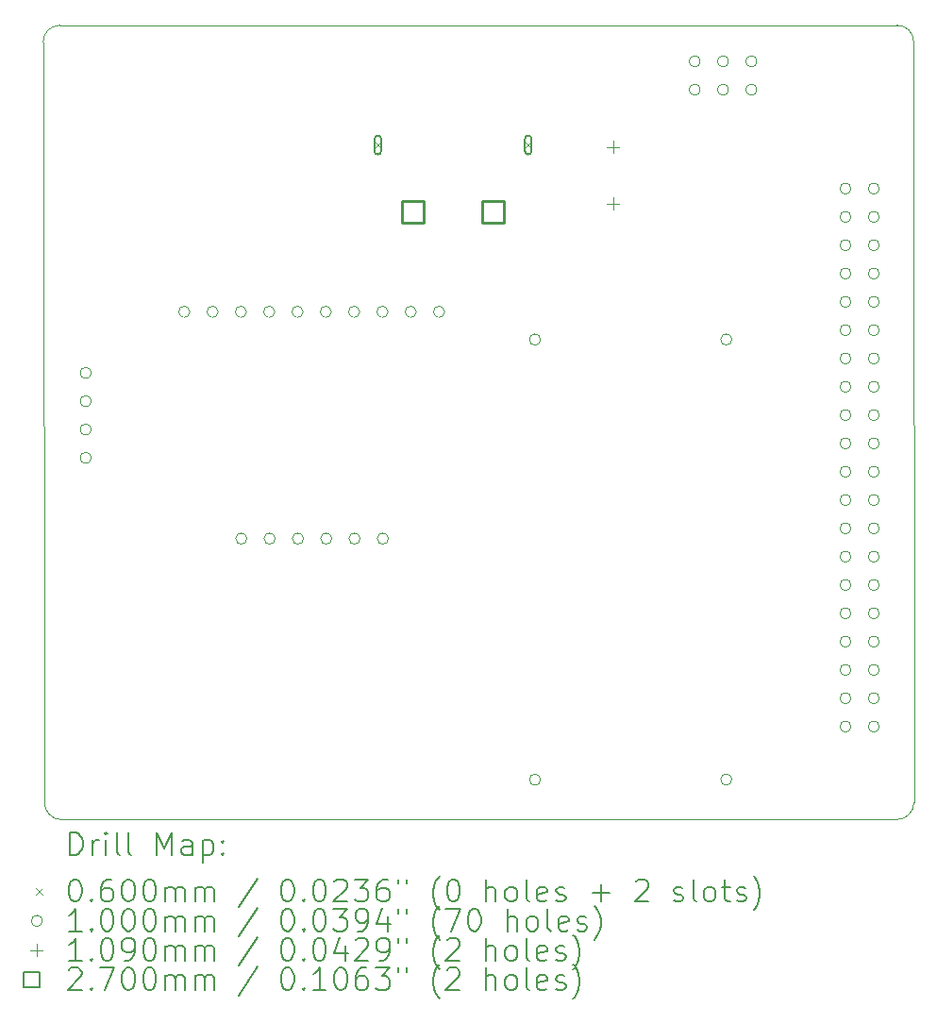
<source format=gbr>
%TF.GenerationSoftware,KiCad,Pcbnew,7.0.2-0*%
%TF.CreationDate,2024-03-04T15:55:25-05:00*%
%TF.ProjectId,Pi_HAT_V5_Simple,50695f48-4154-45f5-9635-5f53696d706c,rev?*%
%TF.SameCoordinates,Original*%
%TF.FileFunction,Drillmap*%
%TF.FilePolarity,Positive*%
%FSLAX45Y45*%
G04 Gerber Fmt 4.5, Leading zero omitted, Abs format (unit mm)*
G04 Created by KiCad (PCBNEW 7.0.2-0) date 2024-03-04 15:55:25*
%MOMM*%
%LPD*%
G01*
G04 APERTURE LIST*
%ADD10C,0.100000*%
%ADD11C,0.200000*%
%ADD12C,0.060000*%
%ADD13C,0.109000*%
%ADD14C,0.270000*%
G04 APERTURE END LIST*
D10*
X8051186Y-6475113D02*
X15562739Y-6473750D01*
X8051186Y-6475113D02*
G75*
G03*
X7900053Y-6626250I4J-151137D01*
G01*
X7913987Y-13450000D02*
X7900053Y-6626250D01*
X15564173Y-13598933D02*
G75*
G03*
X15714173Y-13448934I-3J150003D01*
G01*
X15712739Y-6623750D02*
X15714173Y-13448934D01*
X7913990Y-13450000D02*
G75*
G03*
X8063987Y-13600000I150000J0D01*
G01*
X15712740Y-6623750D02*
G75*
G03*
X15562739Y-6473750I-150000J0D01*
G01*
X15564173Y-13598934D02*
X8063987Y-13600000D01*
D11*
D12*
X10874860Y-7518920D02*
X10934860Y-7578920D01*
X10934860Y-7518920D02*
X10874860Y-7578920D01*
D11*
X10874860Y-7493920D02*
X10874860Y-7603920D01*
X10874860Y-7603920D02*
G75*
G03*
X10934860Y-7603920I30000J0D01*
G01*
X10934860Y-7603920D02*
X10934860Y-7493920D01*
X10934860Y-7493920D02*
G75*
G03*
X10874860Y-7493920I-30000J0D01*
G01*
D12*
X12224860Y-7518920D02*
X12284860Y-7578920D01*
X12284860Y-7518920D02*
X12224860Y-7578920D01*
D11*
X12224860Y-7493920D02*
X12224860Y-7603920D01*
X12224860Y-7603920D02*
G75*
G03*
X12284860Y-7603920I30000J0D01*
G01*
X12284860Y-7603920D02*
X12284860Y-7493920D01*
X12284860Y-7493920D02*
G75*
G03*
X12224860Y-7493920I-30000J0D01*
G01*
D10*
X8332940Y-9593580D02*
G75*
G03*
X8332940Y-9593580I-50000J0D01*
G01*
X8332940Y-9847580D02*
G75*
G03*
X8332940Y-9847580I-50000J0D01*
G01*
X8332940Y-10101580D02*
G75*
G03*
X8332940Y-10101580I-50000J0D01*
G01*
X8332940Y-10355580D02*
G75*
G03*
X8332940Y-10355580I-50000J0D01*
G01*
X9216840Y-9045000D02*
G75*
G03*
X9216840Y-9045000I-50000J0D01*
G01*
X9470840Y-9045000D02*
G75*
G03*
X9470840Y-9045000I-50000J0D01*
G01*
X9724840Y-9045000D02*
G75*
G03*
X9724840Y-9045000I-50000J0D01*
G01*
X9730000Y-11080000D02*
G75*
G03*
X9730000Y-11080000I-50000J0D01*
G01*
X9978840Y-9045000D02*
G75*
G03*
X9978840Y-9045000I-50000J0D01*
G01*
X9984000Y-11080000D02*
G75*
G03*
X9984000Y-11080000I-50000J0D01*
G01*
X10232840Y-9045000D02*
G75*
G03*
X10232840Y-9045000I-50000J0D01*
G01*
X10238000Y-11080000D02*
G75*
G03*
X10238000Y-11080000I-50000J0D01*
G01*
X10486840Y-9045000D02*
G75*
G03*
X10486840Y-9045000I-50000J0D01*
G01*
X10492000Y-11080000D02*
G75*
G03*
X10492000Y-11080000I-50000J0D01*
G01*
X10740840Y-9045000D02*
G75*
G03*
X10740840Y-9045000I-50000J0D01*
G01*
X10746000Y-11080000D02*
G75*
G03*
X10746000Y-11080000I-50000J0D01*
G01*
X10994840Y-9045000D02*
G75*
G03*
X10994840Y-9045000I-50000J0D01*
G01*
X11000000Y-11080000D02*
G75*
G03*
X11000000Y-11080000I-50000J0D01*
G01*
X11248840Y-9045000D02*
G75*
G03*
X11248840Y-9045000I-50000J0D01*
G01*
X11502840Y-9045000D02*
G75*
G03*
X11502840Y-9045000I-50000J0D01*
G01*
X12363920Y-9293860D02*
G75*
G03*
X12363920Y-9293860I-50000J0D01*
G01*
X12364360Y-13242260D02*
G75*
G03*
X12364360Y-13242260I-50000J0D01*
G01*
X13797500Y-6798500D02*
G75*
G03*
X13797500Y-6798500I-50000J0D01*
G01*
X13797500Y-7052500D02*
G75*
G03*
X13797500Y-7052500I-50000J0D01*
G01*
X14051500Y-6798500D02*
G75*
G03*
X14051500Y-6798500I-50000J0D01*
G01*
X14051500Y-7052500D02*
G75*
G03*
X14051500Y-7052500I-50000J0D01*
G01*
X14080960Y-9293860D02*
G75*
G03*
X14080960Y-9293860I-50000J0D01*
G01*
X14080960Y-13241020D02*
G75*
G03*
X14080960Y-13241020I-50000J0D01*
G01*
X14305500Y-6798500D02*
G75*
G03*
X14305500Y-6798500I-50000J0D01*
G01*
X14305500Y-7052500D02*
G75*
G03*
X14305500Y-7052500I-50000J0D01*
G01*
X15150000Y-7940000D02*
G75*
G03*
X15150000Y-7940000I-50000J0D01*
G01*
X15150000Y-8194000D02*
G75*
G03*
X15150000Y-8194000I-50000J0D01*
G01*
X15150000Y-8448000D02*
G75*
G03*
X15150000Y-8448000I-50000J0D01*
G01*
X15150000Y-8702000D02*
G75*
G03*
X15150000Y-8702000I-50000J0D01*
G01*
X15150000Y-8956000D02*
G75*
G03*
X15150000Y-8956000I-50000J0D01*
G01*
X15150000Y-9210000D02*
G75*
G03*
X15150000Y-9210000I-50000J0D01*
G01*
X15150000Y-9464000D02*
G75*
G03*
X15150000Y-9464000I-50000J0D01*
G01*
X15150000Y-9718000D02*
G75*
G03*
X15150000Y-9718000I-50000J0D01*
G01*
X15150000Y-9972000D02*
G75*
G03*
X15150000Y-9972000I-50000J0D01*
G01*
X15150000Y-10226000D02*
G75*
G03*
X15150000Y-10226000I-50000J0D01*
G01*
X15150000Y-10480000D02*
G75*
G03*
X15150000Y-10480000I-50000J0D01*
G01*
X15150000Y-10734000D02*
G75*
G03*
X15150000Y-10734000I-50000J0D01*
G01*
X15150000Y-10988000D02*
G75*
G03*
X15150000Y-10988000I-50000J0D01*
G01*
X15150000Y-11242000D02*
G75*
G03*
X15150000Y-11242000I-50000J0D01*
G01*
X15150000Y-11496000D02*
G75*
G03*
X15150000Y-11496000I-50000J0D01*
G01*
X15150000Y-11750000D02*
G75*
G03*
X15150000Y-11750000I-50000J0D01*
G01*
X15150000Y-12004000D02*
G75*
G03*
X15150000Y-12004000I-50000J0D01*
G01*
X15150000Y-12258000D02*
G75*
G03*
X15150000Y-12258000I-50000J0D01*
G01*
X15150000Y-12512000D02*
G75*
G03*
X15150000Y-12512000I-50000J0D01*
G01*
X15150000Y-12766000D02*
G75*
G03*
X15150000Y-12766000I-50000J0D01*
G01*
X15404000Y-7940000D02*
G75*
G03*
X15404000Y-7940000I-50000J0D01*
G01*
X15404000Y-8194000D02*
G75*
G03*
X15404000Y-8194000I-50000J0D01*
G01*
X15404000Y-8448000D02*
G75*
G03*
X15404000Y-8448000I-50000J0D01*
G01*
X15404000Y-8702000D02*
G75*
G03*
X15404000Y-8702000I-50000J0D01*
G01*
X15404000Y-8956000D02*
G75*
G03*
X15404000Y-8956000I-50000J0D01*
G01*
X15404000Y-9210000D02*
G75*
G03*
X15404000Y-9210000I-50000J0D01*
G01*
X15404000Y-9464000D02*
G75*
G03*
X15404000Y-9464000I-50000J0D01*
G01*
X15404000Y-9718000D02*
G75*
G03*
X15404000Y-9718000I-50000J0D01*
G01*
X15404000Y-9972000D02*
G75*
G03*
X15404000Y-9972000I-50000J0D01*
G01*
X15404000Y-10226000D02*
G75*
G03*
X15404000Y-10226000I-50000J0D01*
G01*
X15404000Y-10480000D02*
G75*
G03*
X15404000Y-10480000I-50000J0D01*
G01*
X15404000Y-10734000D02*
G75*
G03*
X15404000Y-10734000I-50000J0D01*
G01*
X15404000Y-10988000D02*
G75*
G03*
X15404000Y-10988000I-50000J0D01*
G01*
X15404000Y-11242000D02*
G75*
G03*
X15404000Y-11242000I-50000J0D01*
G01*
X15404000Y-11496000D02*
G75*
G03*
X15404000Y-11496000I-50000J0D01*
G01*
X15404000Y-11750000D02*
G75*
G03*
X15404000Y-11750000I-50000J0D01*
G01*
X15404000Y-12004000D02*
G75*
G03*
X15404000Y-12004000I-50000J0D01*
G01*
X15404000Y-12258000D02*
G75*
G03*
X15404000Y-12258000I-50000J0D01*
G01*
X15404000Y-12512000D02*
G75*
G03*
X15404000Y-12512000I-50000J0D01*
G01*
X15404000Y-12766000D02*
G75*
G03*
X15404000Y-12766000I-50000J0D01*
G01*
D13*
X13014960Y-7512160D02*
X13014960Y-7621160D01*
X12960460Y-7566660D02*
X13069460Y-7566660D01*
X13014960Y-8020160D02*
X13014960Y-8129160D01*
X12960460Y-8074660D02*
X13069460Y-8074660D01*
D14*
X11315320Y-8244380D02*
X11315320Y-8053460D01*
X11124400Y-8053460D01*
X11124400Y-8244380D01*
X11315320Y-8244380D01*
X12035320Y-8244380D02*
X12035320Y-8053460D01*
X11844400Y-8053460D01*
X11844400Y-8244380D01*
X12035320Y-8244380D01*
D11*
X8142672Y-13917524D02*
X8142672Y-13717524D01*
X8142672Y-13717524D02*
X8190291Y-13717524D01*
X8190291Y-13717524D02*
X8218862Y-13727048D01*
X8218862Y-13727048D02*
X8237910Y-13746095D01*
X8237910Y-13746095D02*
X8247434Y-13765143D01*
X8247434Y-13765143D02*
X8256958Y-13803238D01*
X8256958Y-13803238D02*
X8256958Y-13831809D01*
X8256958Y-13831809D02*
X8247434Y-13869905D01*
X8247434Y-13869905D02*
X8237910Y-13888952D01*
X8237910Y-13888952D02*
X8218862Y-13908000D01*
X8218862Y-13908000D02*
X8190291Y-13917524D01*
X8190291Y-13917524D02*
X8142672Y-13917524D01*
X8342672Y-13917524D02*
X8342672Y-13784190D01*
X8342672Y-13822286D02*
X8352196Y-13803238D01*
X8352196Y-13803238D02*
X8361720Y-13793714D01*
X8361720Y-13793714D02*
X8380767Y-13784190D01*
X8380767Y-13784190D02*
X8399815Y-13784190D01*
X8466482Y-13917524D02*
X8466482Y-13784190D01*
X8466482Y-13717524D02*
X8456958Y-13727048D01*
X8456958Y-13727048D02*
X8466482Y-13736571D01*
X8466482Y-13736571D02*
X8476005Y-13727048D01*
X8476005Y-13727048D02*
X8466482Y-13717524D01*
X8466482Y-13717524D02*
X8466482Y-13736571D01*
X8590291Y-13917524D02*
X8571243Y-13908000D01*
X8571243Y-13908000D02*
X8561720Y-13888952D01*
X8561720Y-13888952D02*
X8561720Y-13717524D01*
X8695053Y-13917524D02*
X8676005Y-13908000D01*
X8676005Y-13908000D02*
X8666482Y-13888952D01*
X8666482Y-13888952D02*
X8666482Y-13717524D01*
X8923624Y-13917524D02*
X8923624Y-13717524D01*
X8923624Y-13717524D02*
X8990291Y-13860381D01*
X8990291Y-13860381D02*
X9056958Y-13717524D01*
X9056958Y-13717524D02*
X9056958Y-13917524D01*
X9237910Y-13917524D02*
X9237910Y-13812762D01*
X9237910Y-13812762D02*
X9228386Y-13793714D01*
X9228386Y-13793714D02*
X9209339Y-13784190D01*
X9209339Y-13784190D02*
X9171243Y-13784190D01*
X9171243Y-13784190D02*
X9152196Y-13793714D01*
X9237910Y-13908000D02*
X9218863Y-13917524D01*
X9218863Y-13917524D02*
X9171243Y-13917524D01*
X9171243Y-13917524D02*
X9152196Y-13908000D01*
X9152196Y-13908000D02*
X9142672Y-13888952D01*
X9142672Y-13888952D02*
X9142672Y-13869905D01*
X9142672Y-13869905D02*
X9152196Y-13850857D01*
X9152196Y-13850857D02*
X9171243Y-13841333D01*
X9171243Y-13841333D02*
X9218863Y-13841333D01*
X9218863Y-13841333D02*
X9237910Y-13831809D01*
X9333148Y-13784190D02*
X9333148Y-13984190D01*
X9333148Y-13793714D02*
X9352196Y-13784190D01*
X9352196Y-13784190D02*
X9390291Y-13784190D01*
X9390291Y-13784190D02*
X9409339Y-13793714D01*
X9409339Y-13793714D02*
X9418863Y-13803238D01*
X9418863Y-13803238D02*
X9428386Y-13822286D01*
X9428386Y-13822286D02*
X9428386Y-13879428D01*
X9428386Y-13879428D02*
X9418863Y-13898476D01*
X9418863Y-13898476D02*
X9409339Y-13908000D01*
X9409339Y-13908000D02*
X9390291Y-13917524D01*
X9390291Y-13917524D02*
X9352196Y-13917524D01*
X9352196Y-13917524D02*
X9333148Y-13908000D01*
X9514101Y-13898476D02*
X9523624Y-13908000D01*
X9523624Y-13908000D02*
X9514101Y-13917524D01*
X9514101Y-13917524D02*
X9504577Y-13908000D01*
X9504577Y-13908000D02*
X9514101Y-13898476D01*
X9514101Y-13898476D02*
X9514101Y-13917524D01*
X9514101Y-13793714D02*
X9523624Y-13803238D01*
X9523624Y-13803238D02*
X9514101Y-13812762D01*
X9514101Y-13812762D02*
X9504577Y-13803238D01*
X9504577Y-13803238D02*
X9514101Y-13793714D01*
X9514101Y-13793714D02*
X9514101Y-13812762D01*
D12*
X7835053Y-14215000D02*
X7895053Y-14275000D01*
X7895053Y-14215000D02*
X7835053Y-14275000D01*
D11*
X8180767Y-14137524D02*
X8199815Y-14137524D01*
X8199815Y-14137524D02*
X8218862Y-14147048D01*
X8218862Y-14147048D02*
X8228386Y-14156571D01*
X8228386Y-14156571D02*
X8237910Y-14175619D01*
X8237910Y-14175619D02*
X8247434Y-14213714D01*
X8247434Y-14213714D02*
X8247434Y-14261333D01*
X8247434Y-14261333D02*
X8237910Y-14299428D01*
X8237910Y-14299428D02*
X8228386Y-14318476D01*
X8228386Y-14318476D02*
X8218862Y-14328000D01*
X8218862Y-14328000D02*
X8199815Y-14337524D01*
X8199815Y-14337524D02*
X8180767Y-14337524D01*
X8180767Y-14337524D02*
X8161720Y-14328000D01*
X8161720Y-14328000D02*
X8152196Y-14318476D01*
X8152196Y-14318476D02*
X8142672Y-14299428D01*
X8142672Y-14299428D02*
X8133148Y-14261333D01*
X8133148Y-14261333D02*
X8133148Y-14213714D01*
X8133148Y-14213714D02*
X8142672Y-14175619D01*
X8142672Y-14175619D02*
X8152196Y-14156571D01*
X8152196Y-14156571D02*
X8161720Y-14147048D01*
X8161720Y-14147048D02*
X8180767Y-14137524D01*
X8333148Y-14318476D02*
X8342672Y-14328000D01*
X8342672Y-14328000D02*
X8333148Y-14337524D01*
X8333148Y-14337524D02*
X8323624Y-14328000D01*
X8323624Y-14328000D02*
X8333148Y-14318476D01*
X8333148Y-14318476D02*
X8333148Y-14337524D01*
X8514101Y-14137524D02*
X8476005Y-14137524D01*
X8476005Y-14137524D02*
X8456958Y-14147048D01*
X8456958Y-14147048D02*
X8447434Y-14156571D01*
X8447434Y-14156571D02*
X8428386Y-14185143D01*
X8428386Y-14185143D02*
X8418863Y-14223238D01*
X8418863Y-14223238D02*
X8418863Y-14299428D01*
X8418863Y-14299428D02*
X8428386Y-14318476D01*
X8428386Y-14318476D02*
X8437910Y-14328000D01*
X8437910Y-14328000D02*
X8456958Y-14337524D01*
X8456958Y-14337524D02*
X8495053Y-14337524D01*
X8495053Y-14337524D02*
X8514101Y-14328000D01*
X8514101Y-14328000D02*
X8523624Y-14318476D01*
X8523624Y-14318476D02*
X8533148Y-14299428D01*
X8533148Y-14299428D02*
X8533148Y-14251809D01*
X8533148Y-14251809D02*
X8523624Y-14232762D01*
X8523624Y-14232762D02*
X8514101Y-14223238D01*
X8514101Y-14223238D02*
X8495053Y-14213714D01*
X8495053Y-14213714D02*
X8456958Y-14213714D01*
X8456958Y-14213714D02*
X8437910Y-14223238D01*
X8437910Y-14223238D02*
X8428386Y-14232762D01*
X8428386Y-14232762D02*
X8418863Y-14251809D01*
X8656958Y-14137524D02*
X8676005Y-14137524D01*
X8676005Y-14137524D02*
X8695053Y-14147048D01*
X8695053Y-14147048D02*
X8704577Y-14156571D01*
X8704577Y-14156571D02*
X8714101Y-14175619D01*
X8714101Y-14175619D02*
X8723624Y-14213714D01*
X8723624Y-14213714D02*
X8723624Y-14261333D01*
X8723624Y-14261333D02*
X8714101Y-14299428D01*
X8714101Y-14299428D02*
X8704577Y-14318476D01*
X8704577Y-14318476D02*
X8695053Y-14328000D01*
X8695053Y-14328000D02*
X8676005Y-14337524D01*
X8676005Y-14337524D02*
X8656958Y-14337524D01*
X8656958Y-14337524D02*
X8637910Y-14328000D01*
X8637910Y-14328000D02*
X8628386Y-14318476D01*
X8628386Y-14318476D02*
X8618863Y-14299428D01*
X8618863Y-14299428D02*
X8609339Y-14261333D01*
X8609339Y-14261333D02*
X8609339Y-14213714D01*
X8609339Y-14213714D02*
X8618863Y-14175619D01*
X8618863Y-14175619D02*
X8628386Y-14156571D01*
X8628386Y-14156571D02*
X8637910Y-14147048D01*
X8637910Y-14147048D02*
X8656958Y-14137524D01*
X8847434Y-14137524D02*
X8866482Y-14137524D01*
X8866482Y-14137524D02*
X8885529Y-14147048D01*
X8885529Y-14147048D02*
X8895053Y-14156571D01*
X8895053Y-14156571D02*
X8904577Y-14175619D01*
X8904577Y-14175619D02*
X8914101Y-14213714D01*
X8914101Y-14213714D02*
X8914101Y-14261333D01*
X8914101Y-14261333D02*
X8904577Y-14299428D01*
X8904577Y-14299428D02*
X8895053Y-14318476D01*
X8895053Y-14318476D02*
X8885529Y-14328000D01*
X8885529Y-14328000D02*
X8866482Y-14337524D01*
X8866482Y-14337524D02*
X8847434Y-14337524D01*
X8847434Y-14337524D02*
X8828386Y-14328000D01*
X8828386Y-14328000D02*
X8818863Y-14318476D01*
X8818863Y-14318476D02*
X8809339Y-14299428D01*
X8809339Y-14299428D02*
X8799815Y-14261333D01*
X8799815Y-14261333D02*
X8799815Y-14213714D01*
X8799815Y-14213714D02*
X8809339Y-14175619D01*
X8809339Y-14175619D02*
X8818863Y-14156571D01*
X8818863Y-14156571D02*
X8828386Y-14147048D01*
X8828386Y-14147048D02*
X8847434Y-14137524D01*
X8999815Y-14337524D02*
X8999815Y-14204190D01*
X8999815Y-14223238D02*
X9009339Y-14213714D01*
X9009339Y-14213714D02*
X9028386Y-14204190D01*
X9028386Y-14204190D02*
X9056958Y-14204190D01*
X9056958Y-14204190D02*
X9076005Y-14213714D01*
X9076005Y-14213714D02*
X9085529Y-14232762D01*
X9085529Y-14232762D02*
X9085529Y-14337524D01*
X9085529Y-14232762D02*
X9095053Y-14213714D01*
X9095053Y-14213714D02*
X9114101Y-14204190D01*
X9114101Y-14204190D02*
X9142672Y-14204190D01*
X9142672Y-14204190D02*
X9161720Y-14213714D01*
X9161720Y-14213714D02*
X9171244Y-14232762D01*
X9171244Y-14232762D02*
X9171244Y-14337524D01*
X9266482Y-14337524D02*
X9266482Y-14204190D01*
X9266482Y-14223238D02*
X9276005Y-14213714D01*
X9276005Y-14213714D02*
X9295053Y-14204190D01*
X9295053Y-14204190D02*
X9323625Y-14204190D01*
X9323625Y-14204190D02*
X9342672Y-14213714D01*
X9342672Y-14213714D02*
X9352196Y-14232762D01*
X9352196Y-14232762D02*
X9352196Y-14337524D01*
X9352196Y-14232762D02*
X9361720Y-14213714D01*
X9361720Y-14213714D02*
X9380767Y-14204190D01*
X9380767Y-14204190D02*
X9409339Y-14204190D01*
X9409339Y-14204190D02*
X9428386Y-14213714D01*
X9428386Y-14213714D02*
X9437910Y-14232762D01*
X9437910Y-14232762D02*
X9437910Y-14337524D01*
X9828386Y-14128000D02*
X9656958Y-14385143D01*
X10085529Y-14137524D02*
X10104577Y-14137524D01*
X10104577Y-14137524D02*
X10123625Y-14147048D01*
X10123625Y-14147048D02*
X10133148Y-14156571D01*
X10133148Y-14156571D02*
X10142672Y-14175619D01*
X10142672Y-14175619D02*
X10152196Y-14213714D01*
X10152196Y-14213714D02*
X10152196Y-14261333D01*
X10152196Y-14261333D02*
X10142672Y-14299428D01*
X10142672Y-14299428D02*
X10133148Y-14318476D01*
X10133148Y-14318476D02*
X10123625Y-14328000D01*
X10123625Y-14328000D02*
X10104577Y-14337524D01*
X10104577Y-14337524D02*
X10085529Y-14337524D01*
X10085529Y-14337524D02*
X10066482Y-14328000D01*
X10066482Y-14328000D02*
X10056958Y-14318476D01*
X10056958Y-14318476D02*
X10047434Y-14299428D01*
X10047434Y-14299428D02*
X10037910Y-14261333D01*
X10037910Y-14261333D02*
X10037910Y-14213714D01*
X10037910Y-14213714D02*
X10047434Y-14175619D01*
X10047434Y-14175619D02*
X10056958Y-14156571D01*
X10056958Y-14156571D02*
X10066482Y-14147048D01*
X10066482Y-14147048D02*
X10085529Y-14137524D01*
X10237910Y-14318476D02*
X10247434Y-14328000D01*
X10247434Y-14328000D02*
X10237910Y-14337524D01*
X10237910Y-14337524D02*
X10228387Y-14328000D01*
X10228387Y-14328000D02*
X10237910Y-14318476D01*
X10237910Y-14318476D02*
X10237910Y-14337524D01*
X10371244Y-14137524D02*
X10390291Y-14137524D01*
X10390291Y-14137524D02*
X10409339Y-14147048D01*
X10409339Y-14147048D02*
X10418863Y-14156571D01*
X10418863Y-14156571D02*
X10428387Y-14175619D01*
X10428387Y-14175619D02*
X10437910Y-14213714D01*
X10437910Y-14213714D02*
X10437910Y-14261333D01*
X10437910Y-14261333D02*
X10428387Y-14299428D01*
X10428387Y-14299428D02*
X10418863Y-14318476D01*
X10418863Y-14318476D02*
X10409339Y-14328000D01*
X10409339Y-14328000D02*
X10390291Y-14337524D01*
X10390291Y-14337524D02*
X10371244Y-14337524D01*
X10371244Y-14337524D02*
X10352196Y-14328000D01*
X10352196Y-14328000D02*
X10342672Y-14318476D01*
X10342672Y-14318476D02*
X10333148Y-14299428D01*
X10333148Y-14299428D02*
X10323625Y-14261333D01*
X10323625Y-14261333D02*
X10323625Y-14213714D01*
X10323625Y-14213714D02*
X10333148Y-14175619D01*
X10333148Y-14175619D02*
X10342672Y-14156571D01*
X10342672Y-14156571D02*
X10352196Y-14147048D01*
X10352196Y-14147048D02*
X10371244Y-14137524D01*
X10514101Y-14156571D02*
X10523625Y-14147048D01*
X10523625Y-14147048D02*
X10542672Y-14137524D01*
X10542672Y-14137524D02*
X10590291Y-14137524D01*
X10590291Y-14137524D02*
X10609339Y-14147048D01*
X10609339Y-14147048D02*
X10618863Y-14156571D01*
X10618863Y-14156571D02*
X10628387Y-14175619D01*
X10628387Y-14175619D02*
X10628387Y-14194667D01*
X10628387Y-14194667D02*
X10618863Y-14223238D01*
X10618863Y-14223238D02*
X10504577Y-14337524D01*
X10504577Y-14337524D02*
X10628387Y-14337524D01*
X10695053Y-14137524D02*
X10818863Y-14137524D01*
X10818863Y-14137524D02*
X10752196Y-14213714D01*
X10752196Y-14213714D02*
X10780768Y-14213714D01*
X10780768Y-14213714D02*
X10799815Y-14223238D01*
X10799815Y-14223238D02*
X10809339Y-14232762D01*
X10809339Y-14232762D02*
X10818863Y-14251809D01*
X10818863Y-14251809D02*
X10818863Y-14299428D01*
X10818863Y-14299428D02*
X10809339Y-14318476D01*
X10809339Y-14318476D02*
X10799815Y-14328000D01*
X10799815Y-14328000D02*
X10780768Y-14337524D01*
X10780768Y-14337524D02*
X10723625Y-14337524D01*
X10723625Y-14337524D02*
X10704577Y-14328000D01*
X10704577Y-14328000D02*
X10695053Y-14318476D01*
X10990291Y-14137524D02*
X10952196Y-14137524D01*
X10952196Y-14137524D02*
X10933148Y-14147048D01*
X10933148Y-14147048D02*
X10923625Y-14156571D01*
X10923625Y-14156571D02*
X10904577Y-14185143D01*
X10904577Y-14185143D02*
X10895053Y-14223238D01*
X10895053Y-14223238D02*
X10895053Y-14299428D01*
X10895053Y-14299428D02*
X10904577Y-14318476D01*
X10904577Y-14318476D02*
X10914101Y-14328000D01*
X10914101Y-14328000D02*
X10933148Y-14337524D01*
X10933148Y-14337524D02*
X10971244Y-14337524D01*
X10971244Y-14337524D02*
X10990291Y-14328000D01*
X10990291Y-14328000D02*
X10999815Y-14318476D01*
X10999815Y-14318476D02*
X11009339Y-14299428D01*
X11009339Y-14299428D02*
X11009339Y-14251809D01*
X11009339Y-14251809D02*
X10999815Y-14232762D01*
X10999815Y-14232762D02*
X10990291Y-14223238D01*
X10990291Y-14223238D02*
X10971244Y-14213714D01*
X10971244Y-14213714D02*
X10933148Y-14213714D01*
X10933148Y-14213714D02*
X10914101Y-14223238D01*
X10914101Y-14223238D02*
X10904577Y-14232762D01*
X10904577Y-14232762D02*
X10895053Y-14251809D01*
X11085529Y-14137524D02*
X11085529Y-14175619D01*
X11161720Y-14137524D02*
X11161720Y-14175619D01*
X11456958Y-14413714D02*
X11447434Y-14404190D01*
X11447434Y-14404190D02*
X11428387Y-14375619D01*
X11428387Y-14375619D02*
X11418863Y-14356571D01*
X11418863Y-14356571D02*
X11409339Y-14328000D01*
X11409339Y-14328000D02*
X11399815Y-14280381D01*
X11399815Y-14280381D02*
X11399815Y-14242286D01*
X11399815Y-14242286D02*
X11409339Y-14194667D01*
X11409339Y-14194667D02*
X11418863Y-14166095D01*
X11418863Y-14166095D02*
X11428387Y-14147048D01*
X11428387Y-14147048D02*
X11447434Y-14118476D01*
X11447434Y-14118476D02*
X11456958Y-14108952D01*
X11571244Y-14137524D02*
X11590291Y-14137524D01*
X11590291Y-14137524D02*
X11609339Y-14147048D01*
X11609339Y-14147048D02*
X11618863Y-14156571D01*
X11618863Y-14156571D02*
X11628387Y-14175619D01*
X11628387Y-14175619D02*
X11637910Y-14213714D01*
X11637910Y-14213714D02*
X11637910Y-14261333D01*
X11637910Y-14261333D02*
X11628387Y-14299428D01*
X11628387Y-14299428D02*
X11618863Y-14318476D01*
X11618863Y-14318476D02*
X11609339Y-14328000D01*
X11609339Y-14328000D02*
X11590291Y-14337524D01*
X11590291Y-14337524D02*
X11571244Y-14337524D01*
X11571244Y-14337524D02*
X11552196Y-14328000D01*
X11552196Y-14328000D02*
X11542672Y-14318476D01*
X11542672Y-14318476D02*
X11533148Y-14299428D01*
X11533148Y-14299428D02*
X11523625Y-14261333D01*
X11523625Y-14261333D02*
X11523625Y-14213714D01*
X11523625Y-14213714D02*
X11533148Y-14175619D01*
X11533148Y-14175619D02*
X11542672Y-14156571D01*
X11542672Y-14156571D02*
X11552196Y-14147048D01*
X11552196Y-14147048D02*
X11571244Y-14137524D01*
X11876006Y-14337524D02*
X11876006Y-14137524D01*
X11961720Y-14337524D02*
X11961720Y-14232762D01*
X11961720Y-14232762D02*
X11952196Y-14213714D01*
X11952196Y-14213714D02*
X11933149Y-14204190D01*
X11933149Y-14204190D02*
X11904577Y-14204190D01*
X11904577Y-14204190D02*
X11885529Y-14213714D01*
X11885529Y-14213714D02*
X11876006Y-14223238D01*
X12085529Y-14337524D02*
X12066482Y-14328000D01*
X12066482Y-14328000D02*
X12056958Y-14318476D01*
X12056958Y-14318476D02*
X12047434Y-14299428D01*
X12047434Y-14299428D02*
X12047434Y-14242286D01*
X12047434Y-14242286D02*
X12056958Y-14223238D01*
X12056958Y-14223238D02*
X12066482Y-14213714D01*
X12066482Y-14213714D02*
X12085529Y-14204190D01*
X12085529Y-14204190D02*
X12114101Y-14204190D01*
X12114101Y-14204190D02*
X12133149Y-14213714D01*
X12133149Y-14213714D02*
X12142672Y-14223238D01*
X12142672Y-14223238D02*
X12152196Y-14242286D01*
X12152196Y-14242286D02*
X12152196Y-14299428D01*
X12152196Y-14299428D02*
X12142672Y-14318476D01*
X12142672Y-14318476D02*
X12133149Y-14328000D01*
X12133149Y-14328000D02*
X12114101Y-14337524D01*
X12114101Y-14337524D02*
X12085529Y-14337524D01*
X12266482Y-14337524D02*
X12247434Y-14328000D01*
X12247434Y-14328000D02*
X12237910Y-14308952D01*
X12237910Y-14308952D02*
X12237910Y-14137524D01*
X12418863Y-14328000D02*
X12399815Y-14337524D01*
X12399815Y-14337524D02*
X12361720Y-14337524D01*
X12361720Y-14337524D02*
X12342672Y-14328000D01*
X12342672Y-14328000D02*
X12333149Y-14308952D01*
X12333149Y-14308952D02*
X12333149Y-14232762D01*
X12333149Y-14232762D02*
X12342672Y-14213714D01*
X12342672Y-14213714D02*
X12361720Y-14204190D01*
X12361720Y-14204190D02*
X12399815Y-14204190D01*
X12399815Y-14204190D02*
X12418863Y-14213714D01*
X12418863Y-14213714D02*
X12428387Y-14232762D01*
X12428387Y-14232762D02*
X12428387Y-14251809D01*
X12428387Y-14251809D02*
X12333149Y-14270857D01*
X12504577Y-14328000D02*
X12523625Y-14337524D01*
X12523625Y-14337524D02*
X12561720Y-14337524D01*
X12561720Y-14337524D02*
X12580768Y-14328000D01*
X12580768Y-14328000D02*
X12590291Y-14308952D01*
X12590291Y-14308952D02*
X12590291Y-14299428D01*
X12590291Y-14299428D02*
X12580768Y-14280381D01*
X12580768Y-14280381D02*
X12561720Y-14270857D01*
X12561720Y-14270857D02*
X12533149Y-14270857D01*
X12533149Y-14270857D02*
X12514101Y-14261333D01*
X12514101Y-14261333D02*
X12504577Y-14242286D01*
X12504577Y-14242286D02*
X12504577Y-14232762D01*
X12504577Y-14232762D02*
X12514101Y-14213714D01*
X12514101Y-14213714D02*
X12533149Y-14204190D01*
X12533149Y-14204190D02*
X12561720Y-14204190D01*
X12561720Y-14204190D02*
X12580768Y-14213714D01*
X12828387Y-14261333D02*
X12980768Y-14261333D01*
X12904577Y-14337524D02*
X12904577Y-14185143D01*
X13218863Y-14156571D02*
X13228387Y-14147048D01*
X13228387Y-14147048D02*
X13247434Y-14137524D01*
X13247434Y-14137524D02*
X13295053Y-14137524D01*
X13295053Y-14137524D02*
X13314101Y-14147048D01*
X13314101Y-14147048D02*
X13323625Y-14156571D01*
X13323625Y-14156571D02*
X13333149Y-14175619D01*
X13333149Y-14175619D02*
X13333149Y-14194667D01*
X13333149Y-14194667D02*
X13323625Y-14223238D01*
X13323625Y-14223238D02*
X13209339Y-14337524D01*
X13209339Y-14337524D02*
X13333149Y-14337524D01*
X13561720Y-14328000D02*
X13580768Y-14337524D01*
X13580768Y-14337524D02*
X13618863Y-14337524D01*
X13618863Y-14337524D02*
X13637911Y-14328000D01*
X13637911Y-14328000D02*
X13647434Y-14308952D01*
X13647434Y-14308952D02*
X13647434Y-14299428D01*
X13647434Y-14299428D02*
X13637911Y-14280381D01*
X13637911Y-14280381D02*
X13618863Y-14270857D01*
X13618863Y-14270857D02*
X13590292Y-14270857D01*
X13590292Y-14270857D02*
X13571244Y-14261333D01*
X13571244Y-14261333D02*
X13561720Y-14242286D01*
X13561720Y-14242286D02*
X13561720Y-14232762D01*
X13561720Y-14232762D02*
X13571244Y-14213714D01*
X13571244Y-14213714D02*
X13590292Y-14204190D01*
X13590292Y-14204190D02*
X13618863Y-14204190D01*
X13618863Y-14204190D02*
X13637911Y-14213714D01*
X13761720Y-14337524D02*
X13742673Y-14328000D01*
X13742673Y-14328000D02*
X13733149Y-14308952D01*
X13733149Y-14308952D02*
X13733149Y-14137524D01*
X13866482Y-14337524D02*
X13847434Y-14328000D01*
X13847434Y-14328000D02*
X13837911Y-14318476D01*
X13837911Y-14318476D02*
X13828387Y-14299428D01*
X13828387Y-14299428D02*
X13828387Y-14242286D01*
X13828387Y-14242286D02*
X13837911Y-14223238D01*
X13837911Y-14223238D02*
X13847434Y-14213714D01*
X13847434Y-14213714D02*
X13866482Y-14204190D01*
X13866482Y-14204190D02*
X13895054Y-14204190D01*
X13895054Y-14204190D02*
X13914101Y-14213714D01*
X13914101Y-14213714D02*
X13923625Y-14223238D01*
X13923625Y-14223238D02*
X13933149Y-14242286D01*
X13933149Y-14242286D02*
X13933149Y-14299428D01*
X13933149Y-14299428D02*
X13923625Y-14318476D01*
X13923625Y-14318476D02*
X13914101Y-14328000D01*
X13914101Y-14328000D02*
X13895054Y-14337524D01*
X13895054Y-14337524D02*
X13866482Y-14337524D01*
X13990292Y-14204190D02*
X14066482Y-14204190D01*
X14018863Y-14137524D02*
X14018863Y-14308952D01*
X14018863Y-14308952D02*
X14028387Y-14328000D01*
X14028387Y-14328000D02*
X14047434Y-14337524D01*
X14047434Y-14337524D02*
X14066482Y-14337524D01*
X14123625Y-14328000D02*
X14142673Y-14337524D01*
X14142673Y-14337524D02*
X14180768Y-14337524D01*
X14180768Y-14337524D02*
X14199815Y-14328000D01*
X14199815Y-14328000D02*
X14209339Y-14308952D01*
X14209339Y-14308952D02*
X14209339Y-14299428D01*
X14209339Y-14299428D02*
X14199815Y-14280381D01*
X14199815Y-14280381D02*
X14180768Y-14270857D01*
X14180768Y-14270857D02*
X14152196Y-14270857D01*
X14152196Y-14270857D02*
X14133149Y-14261333D01*
X14133149Y-14261333D02*
X14123625Y-14242286D01*
X14123625Y-14242286D02*
X14123625Y-14232762D01*
X14123625Y-14232762D02*
X14133149Y-14213714D01*
X14133149Y-14213714D02*
X14152196Y-14204190D01*
X14152196Y-14204190D02*
X14180768Y-14204190D01*
X14180768Y-14204190D02*
X14199815Y-14213714D01*
X14276006Y-14413714D02*
X14285530Y-14404190D01*
X14285530Y-14404190D02*
X14304577Y-14375619D01*
X14304577Y-14375619D02*
X14314101Y-14356571D01*
X14314101Y-14356571D02*
X14323625Y-14328000D01*
X14323625Y-14328000D02*
X14333149Y-14280381D01*
X14333149Y-14280381D02*
X14333149Y-14242286D01*
X14333149Y-14242286D02*
X14323625Y-14194667D01*
X14323625Y-14194667D02*
X14314101Y-14166095D01*
X14314101Y-14166095D02*
X14304577Y-14147048D01*
X14304577Y-14147048D02*
X14285530Y-14118476D01*
X14285530Y-14118476D02*
X14276006Y-14108952D01*
D10*
X7895053Y-14509000D02*
G75*
G03*
X7895053Y-14509000I-50000J0D01*
G01*
D11*
X8247434Y-14601524D02*
X8133148Y-14601524D01*
X8190291Y-14601524D02*
X8190291Y-14401524D01*
X8190291Y-14401524D02*
X8171243Y-14430095D01*
X8171243Y-14430095D02*
X8152196Y-14449143D01*
X8152196Y-14449143D02*
X8133148Y-14458667D01*
X8333148Y-14582476D02*
X8342672Y-14592000D01*
X8342672Y-14592000D02*
X8333148Y-14601524D01*
X8333148Y-14601524D02*
X8323624Y-14592000D01*
X8323624Y-14592000D02*
X8333148Y-14582476D01*
X8333148Y-14582476D02*
X8333148Y-14601524D01*
X8466482Y-14401524D02*
X8485529Y-14401524D01*
X8485529Y-14401524D02*
X8504577Y-14411048D01*
X8504577Y-14411048D02*
X8514101Y-14420571D01*
X8514101Y-14420571D02*
X8523624Y-14439619D01*
X8523624Y-14439619D02*
X8533148Y-14477714D01*
X8533148Y-14477714D02*
X8533148Y-14525333D01*
X8533148Y-14525333D02*
X8523624Y-14563428D01*
X8523624Y-14563428D02*
X8514101Y-14582476D01*
X8514101Y-14582476D02*
X8504577Y-14592000D01*
X8504577Y-14592000D02*
X8485529Y-14601524D01*
X8485529Y-14601524D02*
X8466482Y-14601524D01*
X8466482Y-14601524D02*
X8447434Y-14592000D01*
X8447434Y-14592000D02*
X8437910Y-14582476D01*
X8437910Y-14582476D02*
X8428386Y-14563428D01*
X8428386Y-14563428D02*
X8418863Y-14525333D01*
X8418863Y-14525333D02*
X8418863Y-14477714D01*
X8418863Y-14477714D02*
X8428386Y-14439619D01*
X8428386Y-14439619D02*
X8437910Y-14420571D01*
X8437910Y-14420571D02*
X8447434Y-14411048D01*
X8447434Y-14411048D02*
X8466482Y-14401524D01*
X8656958Y-14401524D02*
X8676005Y-14401524D01*
X8676005Y-14401524D02*
X8695053Y-14411048D01*
X8695053Y-14411048D02*
X8704577Y-14420571D01*
X8704577Y-14420571D02*
X8714101Y-14439619D01*
X8714101Y-14439619D02*
X8723624Y-14477714D01*
X8723624Y-14477714D02*
X8723624Y-14525333D01*
X8723624Y-14525333D02*
X8714101Y-14563428D01*
X8714101Y-14563428D02*
X8704577Y-14582476D01*
X8704577Y-14582476D02*
X8695053Y-14592000D01*
X8695053Y-14592000D02*
X8676005Y-14601524D01*
X8676005Y-14601524D02*
X8656958Y-14601524D01*
X8656958Y-14601524D02*
X8637910Y-14592000D01*
X8637910Y-14592000D02*
X8628386Y-14582476D01*
X8628386Y-14582476D02*
X8618863Y-14563428D01*
X8618863Y-14563428D02*
X8609339Y-14525333D01*
X8609339Y-14525333D02*
X8609339Y-14477714D01*
X8609339Y-14477714D02*
X8618863Y-14439619D01*
X8618863Y-14439619D02*
X8628386Y-14420571D01*
X8628386Y-14420571D02*
X8637910Y-14411048D01*
X8637910Y-14411048D02*
X8656958Y-14401524D01*
X8847434Y-14401524D02*
X8866482Y-14401524D01*
X8866482Y-14401524D02*
X8885529Y-14411048D01*
X8885529Y-14411048D02*
X8895053Y-14420571D01*
X8895053Y-14420571D02*
X8904577Y-14439619D01*
X8904577Y-14439619D02*
X8914101Y-14477714D01*
X8914101Y-14477714D02*
X8914101Y-14525333D01*
X8914101Y-14525333D02*
X8904577Y-14563428D01*
X8904577Y-14563428D02*
X8895053Y-14582476D01*
X8895053Y-14582476D02*
X8885529Y-14592000D01*
X8885529Y-14592000D02*
X8866482Y-14601524D01*
X8866482Y-14601524D02*
X8847434Y-14601524D01*
X8847434Y-14601524D02*
X8828386Y-14592000D01*
X8828386Y-14592000D02*
X8818863Y-14582476D01*
X8818863Y-14582476D02*
X8809339Y-14563428D01*
X8809339Y-14563428D02*
X8799815Y-14525333D01*
X8799815Y-14525333D02*
X8799815Y-14477714D01*
X8799815Y-14477714D02*
X8809339Y-14439619D01*
X8809339Y-14439619D02*
X8818863Y-14420571D01*
X8818863Y-14420571D02*
X8828386Y-14411048D01*
X8828386Y-14411048D02*
X8847434Y-14401524D01*
X8999815Y-14601524D02*
X8999815Y-14468190D01*
X8999815Y-14487238D02*
X9009339Y-14477714D01*
X9009339Y-14477714D02*
X9028386Y-14468190D01*
X9028386Y-14468190D02*
X9056958Y-14468190D01*
X9056958Y-14468190D02*
X9076005Y-14477714D01*
X9076005Y-14477714D02*
X9085529Y-14496762D01*
X9085529Y-14496762D02*
X9085529Y-14601524D01*
X9085529Y-14496762D02*
X9095053Y-14477714D01*
X9095053Y-14477714D02*
X9114101Y-14468190D01*
X9114101Y-14468190D02*
X9142672Y-14468190D01*
X9142672Y-14468190D02*
X9161720Y-14477714D01*
X9161720Y-14477714D02*
X9171244Y-14496762D01*
X9171244Y-14496762D02*
X9171244Y-14601524D01*
X9266482Y-14601524D02*
X9266482Y-14468190D01*
X9266482Y-14487238D02*
X9276005Y-14477714D01*
X9276005Y-14477714D02*
X9295053Y-14468190D01*
X9295053Y-14468190D02*
X9323625Y-14468190D01*
X9323625Y-14468190D02*
X9342672Y-14477714D01*
X9342672Y-14477714D02*
X9352196Y-14496762D01*
X9352196Y-14496762D02*
X9352196Y-14601524D01*
X9352196Y-14496762D02*
X9361720Y-14477714D01*
X9361720Y-14477714D02*
X9380767Y-14468190D01*
X9380767Y-14468190D02*
X9409339Y-14468190D01*
X9409339Y-14468190D02*
X9428386Y-14477714D01*
X9428386Y-14477714D02*
X9437910Y-14496762D01*
X9437910Y-14496762D02*
X9437910Y-14601524D01*
X9828386Y-14392000D02*
X9656958Y-14649143D01*
X10085529Y-14401524D02*
X10104577Y-14401524D01*
X10104577Y-14401524D02*
X10123625Y-14411048D01*
X10123625Y-14411048D02*
X10133148Y-14420571D01*
X10133148Y-14420571D02*
X10142672Y-14439619D01*
X10142672Y-14439619D02*
X10152196Y-14477714D01*
X10152196Y-14477714D02*
X10152196Y-14525333D01*
X10152196Y-14525333D02*
X10142672Y-14563428D01*
X10142672Y-14563428D02*
X10133148Y-14582476D01*
X10133148Y-14582476D02*
X10123625Y-14592000D01*
X10123625Y-14592000D02*
X10104577Y-14601524D01*
X10104577Y-14601524D02*
X10085529Y-14601524D01*
X10085529Y-14601524D02*
X10066482Y-14592000D01*
X10066482Y-14592000D02*
X10056958Y-14582476D01*
X10056958Y-14582476D02*
X10047434Y-14563428D01*
X10047434Y-14563428D02*
X10037910Y-14525333D01*
X10037910Y-14525333D02*
X10037910Y-14477714D01*
X10037910Y-14477714D02*
X10047434Y-14439619D01*
X10047434Y-14439619D02*
X10056958Y-14420571D01*
X10056958Y-14420571D02*
X10066482Y-14411048D01*
X10066482Y-14411048D02*
X10085529Y-14401524D01*
X10237910Y-14582476D02*
X10247434Y-14592000D01*
X10247434Y-14592000D02*
X10237910Y-14601524D01*
X10237910Y-14601524D02*
X10228387Y-14592000D01*
X10228387Y-14592000D02*
X10237910Y-14582476D01*
X10237910Y-14582476D02*
X10237910Y-14601524D01*
X10371244Y-14401524D02*
X10390291Y-14401524D01*
X10390291Y-14401524D02*
X10409339Y-14411048D01*
X10409339Y-14411048D02*
X10418863Y-14420571D01*
X10418863Y-14420571D02*
X10428387Y-14439619D01*
X10428387Y-14439619D02*
X10437910Y-14477714D01*
X10437910Y-14477714D02*
X10437910Y-14525333D01*
X10437910Y-14525333D02*
X10428387Y-14563428D01*
X10428387Y-14563428D02*
X10418863Y-14582476D01*
X10418863Y-14582476D02*
X10409339Y-14592000D01*
X10409339Y-14592000D02*
X10390291Y-14601524D01*
X10390291Y-14601524D02*
X10371244Y-14601524D01*
X10371244Y-14601524D02*
X10352196Y-14592000D01*
X10352196Y-14592000D02*
X10342672Y-14582476D01*
X10342672Y-14582476D02*
X10333148Y-14563428D01*
X10333148Y-14563428D02*
X10323625Y-14525333D01*
X10323625Y-14525333D02*
X10323625Y-14477714D01*
X10323625Y-14477714D02*
X10333148Y-14439619D01*
X10333148Y-14439619D02*
X10342672Y-14420571D01*
X10342672Y-14420571D02*
X10352196Y-14411048D01*
X10352196Y-14411048D02*
X10371244Y-14401524D01*
X10504577Y-14401524D02*
X10628387Y-14401524D01*
X10628387Y-14401524D02*
X10561720Y-14477714D01*
X10561720Y-14477714D02*
X10590291Y-14477714D01*
X10590291Y-14477714D02*
X10609339Y-14487238D01*
X10609339Y-14487238D02*
X10618863Y-14496762D01*
X10618863Y-14496762D02*
X10628387Y-14515809D01*
X10628387Y-14515809D02*
X10628387Y-14563428D01*
X10628387Y-14563428D02*
X10618863Y-14582476D01*
X10618863Y-14582476D02*
X10609339Y-14592000D01*
X10609339Y-14592000D02*
X10590291Y-14601524D01*
X10590291Y-14601524D02*
X10533148Y-14601524D01*
X10533148Y-14601524D02*
X10514101Y-14592000D01*
X10514101Y-14592000D02*
X10504577Y-14582476D01*
X10723625Y-14601524D02*
X10761720Y-14601524D01*
X10761720Y-14601524D02*
X10780768Y-14592000D01*
X10780768Y-14592000D02*
X10790291Y-14582476D01*
X10790291Y-14582476D02*
X10809339Y-14553905D01*
X10809339Y-14553905D02*
X10818863Y-14515809D01*
X10818863Y-14515809D02*
X10818863Y-14439619D01*
X10818863Y-14439619D02*
X10809339Y-14420571D01*
X10809339Y-14420571D02*
X10799815Y-14411048D01*
X10799815Y-14411048D02*
X10780768Y-14401524D01*
X10780768Y-14401524D02*
X10742672Y-14401524D01*
X10742672Y-14401524D02*
X10723625Y-14411048D01*
X10723625Y-14411048D02*
X10714101Y-14420571D01*
X10714101Y-14420571D02*
X10704577Y-14439619D01*
X10704577Y-14439619D02*
X10704577Y-14487238D01*
X10704577Y-14487238D02*
X10714101Y-14506286D01*
X10714101Y-14506286D02*
X10723625Y-14515809D01*
X10723625Y-14515809D02*
X10742672Y-14525333D01*
X10742672Y-14525333D02*
X10780768Y-14525333D01*
X10780768Y-14525333D02*
X10799815Y-14515809D01*
X10799815Y-14515809D02*
X10809339Y-14506286D01*
X10809339Y-14506286D02*
X10818863Y-14487238D01*
X10990291Y-14468190D02*
X10990291Y-14601524D01*
X10942672Y-14392000D02*
X10895053Y-14534857D01*
X10895053Y-14534857D02*
X11018863Y-14534857D01*
X11085529Y-14401524D02*
X11085529Y-14439619D01*
X11161720Y-14401524D02*
X11161720Y-14439619D01*
X11456958Y-14677714D02*
X11447434Y-14668190D01*
X11447434Y-14668190D02*
X11428387Y-14639619D01*
X11428387Y-14639619D02*
X11418863Y-14620571D01*
X11418863Y-14620571D02*
X11409339Y-14592000D01*
X11409339Y-14592000D02*
X11399815Y-14544381D01*
X11399815Y-14544381D02*
X11399815Y-14506286D01*
X11399815Y-14506286D02*
X11409339Y-14458667D01*
X11409339Y-14458667D02*
X11418863Y-14430095D01*
X11418863Y-14430095D02*
X11428387Y-14411048D01*
X11428387Y-14411048D02*
X11447434Y-14382476D01*
X11447434Y-14382476D02*
X11456958Y-14372952D01*
X11514101Y-14401524D02*
X11647434Y-14401524D01*
X11647434Y-14401524D02*
X11561720Y-14601524D01*
X11761720Y-14401524D02*
X11780768Y-14401524D01*
X11780768Y-14401524D02*
X11799815Y-14411048D01*
X11799815Y-14411048D02*
X11809339Y-14420571D01*
X11809339Y-14420571D02*
X11818863Y-14439619D01*
X11818863Y-14439619D02*
X11828387Y-14477714D01*
X11828387Y-14477714D02*
X11828387Y-14525333D01*
X11828387Y-14525333D02*
X11818863Y-14563428D01*
X11818863Y-14563428D02*
X11809339Y-14582476D01*
X11809339Y-14582476D02*
X11799815Y-14592000D01*
X11799815Y-14592000D02*
X11780768Y-14601524D01*
X11780768Y-14601524D02*
X11761720Y-14601524D01*
X11761720Y-14601524D02*
X11742672Y-14592000D01*
X11742672Y-14592000D02*
X11733148Y-14582476D01*
X11733148Y-14582476D02*
X11723625Y-14563428D01*
X11723625Y-14563428D02*
X11714101Y-14525333D01*
X11714101Y-14525333D02*
X11714101Y-14477714D01*
X11714101Y-14477714D02*
X11723625Y-14439619D01*
X11723625Y-14439619D02*
X11733148Y-14420571D01*
X11733148Y-14420571D02*
X11742672Y-14411048D01*
X11742672Y-14411048D02*
X11761720Y-14401524D01*
X12066482Y-14601524D02*
X12066482Y-14401524D01*
X12152196Y-14601524D02*
X12152196Y-14496762D01*
X12152196Y-14496762D02*
X12142672Y-14477714D01*
X12142672Y-14477714D02*
X12123625Y-14468190D01*
X12123625Y-14468190D02*
X12095053Y-14468190D01*
X12095053Y-14468190D02*
X12076006Y-14477714D01*
X12076006Y-14477714D02*
X12066482Y-14487238D01*
X12276006Y-14601524D02*
X12256958Y-14592000D01*
X12256958Y-14592000D02*
X12247434Y-14582476D01*
X12247434Y-14582476D02*
X12237910Y-14563428D01*
X12237910Y-14563428D02*
X12237910Y-14506286D01*
X12237910Y-14506286D02*
X12247434Y-14487238D01*
X12247434Y-14487238D02*
X12256958Y-14477714D01*
X12256958Y-14477714D02*
X12276006Y-14468190D01*
X12276006Y-14468190D02*
X12304577Y-14468190D01*
X12304577Y-14468190D02*
X12323625Y-14477714D01*
X12323625Y-14477714D02*
X12333149Y-14487238D01*
X12333149Y-14487238D02*
X12342672Y-14506286D01*
X12342672Y-14506286D02*
X12342672Y-14563428D01*
X12342672Y-14563428D02*
X12333149Y-14582476D01*
X12333149Y-14582476D02*
X12323625Y-14592000D01*
X12323625Y-14592000D02*
X12304577Y-14601524D01*
X12304577Y-14601524D02*
X12276006Y-14601524D01*
X12456958Y-14601524D02*
X12437910Y-14592000D01*
X12437910Y-14592000D02*
X12428387Y-14572952D01*
X12428387Y-14572952D02*
X12428387Y-14401524D01*
X12609339Y-14592000D02*
X12590291Y-14601524D01*
X12590291Y-14601524D02*
X12552196Y-14601524D01*
X12552196Y-14601524D02*
X12533149Y-14592000D01*
X12533149Y-14592000D02*
X12523625Y-14572952D01*
X12523625Y-14572952D02*
X12523625Y-14496762D01*
X12523625Y-14496762D02*
X12533149Y-14477714D01*
X12533149Y-14477714D02*
X12552196Y-14468190D01*
X12552196Y-14468190D02*
X12590291Y-14468190D01*
X12590291Y-14468190D02*
X12609339Y-14477714D01*
X12609339Y-14477714D02*
X12618863Y-14496762D01*
X12618863Y-14496762D02*
X12618863Y-14515809D01*
X12618863Y-14515809D02*
X12523625Y-14534857D01*
X12695053Y-14592000D02*
X12714101Y-14601524D01*
X12714101Y-14601524D02*
X12752196Y-14601524D01*
X12752196Y-14601524D02*
X12771244Y-14592000D01*
X12771244Y-14592000D02*
X12780768Y-14572952D01*
X12780768Y-14572952D02*
X12780768Y-14563428D01*
X12780768Y-14563428D02*
X12771244Y-14544381D01*
X12771244Y-14544381D02*
X12752196Y-14534857D01*
X12752196Y-14534857D02*
X12723625Y-14534857D01*
X12723625Y-14534857D02*
X12704577Y-14525333D01*
X12704577Y-14525333D02*
X12695053Y-14506286D01*
X12695053Y-14506286D02*
X12695053Y-14496762D01*
X12695053Y-14496762D02*
X12704577Y-14477714D01*
X12704577Y-14477714D02*
X12723625Y-14468190D01*
X12723625Y-14468190D02*
X12752196Y-14468190D01*
X12752196Y-14468190D02*
X12771244Y-14477714D01*
X12847434Y-14677714D02*
X12856958Y-14668190D01*
X12856958Y-14668190D02*
X12876006Y-14639619D01*
X12876006Y-14639619D02*
X12885530Y-14620571D01*
X12885530Y-14620571D02*
X12895053Y-14592000D01*
X12895053Y-14592000D02*
X12904577Y-14544381D01*
X12904577Y-14544381D02*
X12904577Y-14506286D01*
X12904577Y-14506286D02*
X12895053Y-14458667D01*
X12895053Y-14458667D02*
X12885530Y-14430095D01*
X12885530Y-14430095D02*
X12876006Y-14411048D01*
X12876006Y-14411048D02*
X12856958Y-14382476D01*
X12856958Y-14382476D02*
X12847434Y-14372952D01*
D13*
X7840553Y-14718500D02*
X7840553Y-14827500D01*
X7786053Y-14773000D02*
X7895053Y-14773000D01*
D11*
X8247434Y-14865524D02*
X8133148Y-14865524D01*
X8190291Y-14865524D02*
X8190291Y-14665524D01*
X8190291Y-14665524D02*
X8171243Y-14694095D01*
X8171243Y-14694095D02*
X8152196Y-14713143D01*
X8152196Y-14713143D02*
X8133148Y-14722667D01*
X8333148Y-14846476D02*
X8342672Y-14856000D01*
X8342672Y-14856000D02*
X8333148Y-14865524D01*
X8333148Y-14865524D02*
X8323624Y-14856000D01*
X8323624Y-14856000D02*
X8333148Y-14846476D01*
X8333148Y-14846476D02*
X8333148Y-14865524D01*
X8466482Y-14665524D02*
X8485529Y-14665524D01*
X8485529Y-14665524D02*
X8504577Y-14675048D01*
X8504577Y-14675048D02*
X8514101Y-14684571D01*
X8514101Y-14684571D02*
X8523624Y-14703619D01*
X8523624Y-14703619D02*
X8533148Y-14741714D01*
X8533148Y-14741714D02*
X8533148Y-14789333D01*
X8533148Y-14789333D02*
X8523624Y-14827428D01*
X8523624Y-14827428D02*
X8514101Y-14846476D01*
X8514101Y-14846476D02*
X8504577Y-14856000D01*
X8504577Y-14856000D02*
X8485529Y-14865524D01*
X8485529Y-14865524D02*
X8466482Y-14865524D01*
X8466482Y-14865524D02*
X8447434Y-14856000D01*
X8447434Y-14856000D02*
X8437910Y-14846476D01*
X8437910Y-14846476D02*
X8428386Y-14827428D01*
X8428386Y-14827428D02*
X8418863Y-14789333D01*
X8418863Y-14789333D02*
X8418863Y-14741714D01*
X8418863Y-14741714D02*
X8428386Y-14703619D01*
X8428386Y-14703619D02*
X8437910Y-14684571D01*
X8437910Y-14684571D02*
X8447434Y-14675048D01*
X8447434Y-14675048D02*
X8466482Y-14665524D01*
X8628386Y-14865524D02*
X8666482Y-14865524D01*
X8666482Y-14865524D02*
X8685529Y-14856000D01*
X8685529Y-14856000D02*
X8695053Y-14846476D01*
X8695053Y-14846476D02*
X8714101Y-14817905D01*
X8714101Y-14817905D02*
X8723624Y-14779809D01*
X8723624Y-14779809D02*
X8723624Y-14703619D01*
X8723624Y-14703619D02*
X8714101Y-14684571D01*
X8714101Y-14684571D02*
X8704577Y-14675048D01*
X8704577Y-14675048D02*
X8685529Y-14665524D01*
X8685529Y-14665524D02*
X8647434Y-14665524D01*
X8647434Y-14665524D02*
X8628386Y-14675048D01*
X8628386Y-14675048D02*
X8618863Y-14684571D01*
X8618863Y-14684571D02*
X8609339Y-14703619D01*
X8609339Y-14703619D02*
X8609339Y-14751238D01*
X8609339Y-14751238D02*
X8618863Y-14770286D01*
X8618863Y-14770286D02*
X8628386Y-14779809D01*
X8628386Y-14779809D02*
X8647434Y-14789333D01*
X8647434Y-14789333D02*
X8685529Y-14789333D01*
X8685529Y-14789333D02*
X8704577Y-14779809D01*
X8704577Y-14779809D02*
X8714101Y-14770286D01*
X8714101Y-14770286D02*
X8723624Y-14751238D01*
X8847434Y-14665524D02*
X8866482Y-14665524D01*
X8866482Y-14665524D02*
X8885529Y-14675048D01*
X8885529Y-14675048D02*
X8895053Y-14684571D01*
X8895053Y-14684571D02*
X8904577Y-14703619D01*
X8904577Y-14703619D02*
X8914101Y-14741714D01*
X8914101Y-14741714D02*
X8914101Y-14789333D01*
X8914101Y-14789333D02*
X8904577Y-14827428D01*
X8904577Y-14827428D02*
X8895053Y-14846476D01*
X8895053Y-14846476D02*
X8885529Y-14856000D01*
X8885529Y-14856000D02*
X8866482Y-14865524D01*
X8866482Y-14865524D02*
X8847434Y-14865524D01*
X8847434Y-14865524D02*
X8828386Y-14856000D01*
X8828386Y-14856000D02*
X8818863Y-14846476D01*
X8818863Y-14846476D02*
X8809339Y-14827428D01*
X8809339Y-14827428D02*
X8799815Y-14789333D01*
X8799815Y-14789333D02*
X8799815Y-14741714D01*
X8799815Y-14741714D02*
X8809339Y-14703619D01*
X8809339Y-14703619D02*
X8818863Y-14684571D01*
X8818863Y-14684571D02*
X8828386Y-14675048D01*
X8828386Y-14675048D02*
X8847434Y-14665524D01*
X8999815Y-14865524D02*
X8999815Y-14732190D01*
X8999815Y-14751238D02*
X9009339Y-14741714D01*
X9009339Y-14741714D02*
X9028386Y-14732190D01*
X9028386Y-14732190D02*
X9056958Y-14732190D01*
X9056958Y-14732190D02*
X9076005Y-14741714D01*
X9076005Y-14741714D02*
X9085529Y-14760762D01*
X9085529Y-14760762D02*
X9085529Y-14865524D01*
X9085529Y-14760762D02*
X9095053Y-14741714D01*
X9095053Y-14741714D02*
X9114101Y-14732190D01*
X9114101Y-14732190D02*
X9142672Y-14732190D01*
X9142672Y-14732190D02*
X9161720Y-14741714D01*
X9161720Y-14741714D02*
X9171244Y-14760762D01*
X9171244Y-14760762D02*
X9171244Y-14865524D01*
X9266482Y-14865524D02*
X9266482Y-14732190D01*
X9266482Y-14751238D02*
X9276005Y-14741714D01*
X9276005Y-14741714D02*
X9295053Y-14732190D01*
X9295053Y-14732190D02*
X9323625Y-14732190D01*
X9323625Y-14732190D02*
X9342672Y-14741714D01*
X9342672Y-14741714D02*
X9352196Y-14760762D01*
X9352196Y-14760762D02*
X9352196Y-14865524D01*
X9352196Y-14760762D02*
X9361720Y-14741714D01*
X9361720Y-14741714D02*
X9380767Y-14732190D01*
X9380767Y-14732190D02*
X9409339Y-14732190D01*
X9409339Y-14732190D02*
X9428386Y-14741714D01*
X9428386Y-14741714D02*
X9437910Y-14760762D01*
X9437910Y-14760762D02*
X9437910Y-14865524D01*
X9828386Y-14656000D02*
X9656958Y-14913143D01*
X10085529Y-14665524D02*
X10104577Y-14665524D01*
X10104577Y-14665524D02*
X10123625Y-14675048D01*
X10123625Y-14675048D02*
X10133148Y-14684571D01*
X10133148Y-14684571D02*
X10142672Y-14703619D01*
X10142672Y-14703619D02*
X10152196Y-14741714D01*
X10152196Y-14741714D02*
X10152196Y-14789333D01*
X10152196Y-14789333D02*
X10142672Y-14827428D01*
X10142672Y-14827428D02*
X10133148Y-14846476D01*
X10133148Y-14846476D02*
X10123625Y-14856000D01*
X10123625Y-14856000D02*
X10104577Y-14865524D01*
X10104577Y-14865524D02*
X10085529Y-14865524D01*
X10085529Y-14865524D02*
X10066482Y-14856000D01*
X10066482Y-14856000D02*
X10056958Y-14846476D01*
X10056958Y-14846476D02*
X10047434Y-14827428D01*
X10047434Y-14827428D02*
X10037910Y-14789333D01*
X10037910Y-14789333D02*
X10037910Y-14741714D01*
X10037910Y-14741714D02*
X10047434Y-14703619D01*
X10047434Y-14703619D02*
X10056958Y-14684571D01*
X10056958Y-14684571D02*
X10066482Y-14675048D01*
X10066482Y-14675048D02*
X10085529Y-14665524D01*
X10237910Y-14846476D02*
X10247434Y-14856000D01*
X10247434Y-14856000D02*
X10237910Y-14865524D01*
X10237910Y-14865524D02*
X10228387Y-14856000D01*
X10228387Y-14856000D02*
X10237910Y-14846476D01*
X10237910Y-14846476D02*
X10237910Y-14865524D01*
X10371244Y-14665524D02*
X10390291Y-14665524D01*
X10390291Y-14665524D02*
X10409339Y-14675048D01*
X10409339Y-14675048D02*
X10418863Y-14684571D01*
X10418863Y-14684571D02*
X10428387Y-14703619D01*
X10428387Y-14703619D02*
X10437910Y-14741714D01*
X10437910Y-14741714D02*
X10437910Y-14789333D01*
X10437910Y-14789333D02*
X10428387Y-14827428D01*
X10428387Y-14827428D02*
X10418863Y-14846476D01*
X10418863Y-14846476D02*
X10409339Y-14856000D01*
X10409339Y-14856000D02*
X10390291Y-14865524D01*
X10390291Y-14865524D02*
X10371244Y-14865524D01*
X10371244Y-14865524D02*
X10352196Y-14856000D01*
X10352196Y-14856000D02*
X10342672Y-14846476D01*
X10342672Y-14846476D02*
X10333148Y-14827428D01*
X10333148Y-14827428D02*
X10323625Y-14789333D01*
X10323625Y-14789333D02*
X10323625Y-14741714D01*
X10323625Y-14741714D02*
X10333148Y-14703619D01*
X10333148Y-14703619D02*
X10342672Y-14684571D01*
X10342672Y-14684571D02*
X10352196Y-14675048D01*
X10352196Y-14675048D02*
X10371244Y-14665524D01*
X10609339Y-14732190D02*
X10609339Y-14865524D01*
X10561720Y-14656000D02*
X10514101Y-14798857D01*
X10514101Y-14798857D02*
X10637910Y-14798857D01*
X10704577Y-14684571D02*
X10714101Y-14675048D01*
X10714101Y-14675048D02*
X10733148Y-14665524D01*
X10733148Y-14665524D02*
X10780768Y-14665524D01*
X10780768Y-14665524D02*
X10799815Y-14675048D01*
X10799815Y-14675048D02*
X10809339Y-14684571D01*
X10809339Y-14684571D02*
X10818863Y-14703619D01*
X10818863Y-14703619D02*
X10818863Y-14722667D01*
X10818863Y-14722667D02*
X10809339Y-14751238D01*
X10809339Y-14751238D02*
X10695053Y-14865524D01*
X10695053Y-14865524D02*
X10818863Y-14865524D01*
X10914101Y-14865524D02*
X10952196Y-14865524D01*
X10952196Y-14865524D02*
X10971244Y-14856000D01*
X10971244Y-14856000D02*
X10980768Y-14846476D01*
X10980768Y-14846476D02*
X10999815Y-14817905D01*
X10999815Y-14817905D02*
X11009339Y-14779809D01*
X11009339Y-14779809D02*
X11009339Y-14703619D01*
X11009339Y-14703619D02*
X10999815Y-14684571D01*
X10999815Y-14684571D02*
X10990291Y-14675048D01*
X10990291Y-14675048D02*
X10971244Y-14665524D01*
X10971244Y-14665524D02*
X10933148Y-14665524D01*
X10933148Y-14665524D02*
X10914101Y-14675048D01*
X10914101Y-14675048D02*
X10904577Y-14684571D01*
X10904577Y-14684571D02*
X10895053Y-14703619D01*
X10895053Y-14703619D02*
X10895053Y-14751238D01*
X10895053Y-14751238D02*
X10904577Y-14770286D01*
X10904577Y-14770286D02*
X10914101Y-14779809D01*
X10914101Y-14779809D02*
X10933148Y-14789333D01*
X10933148Y-14789333D02*
X10971244Y-14789333D01*
X10971244Y-14789333D02*
X10990291Y-14779809D01*
X10990291Y-14779809D02*
X10999815Y-14770286D01*
X10999815Y-14770286D02*
X11009339Y-14751238D01*
X11085529Y-14665524D02*
X11085529Y-14703619D01*
X11161720Y-14665524D02*
X11161720Y-14703619D01*
X11456958Y-14941714D02*
X11447434Y-14932190D01*
X11447434Y-14932190D02*
X11428387Y-14903619D01*
X11428387Y-14903619D02*
X11418863Y-14884571D01*
X11418863Y-14884571D02*
X11409339Y-14856000D01*
X11409339Y-14856000D02*
X11399815Y-14808381D01*
X11399815Y-14808381D02*
X11399815Y-14770286D01*
X11399815Y-14770286D02*
X11409339Y-14722667D01*
X11409339Y-14722667D02*
X11418863Y-14694095D01*
X11418863Y-14694095D02*
X11428387Y-14675048D01*
X11428387Y-14675048D02*
X11447434Y-14646476D01*
X11447434Y-14646476D02*
X11456958Y-14636952D01*
X11523625Y-14684571D02*
X11533148Y-14675048D01*
X11533148Y-14675048D02*
X11552196Y-14665524D01*
X11552196Y-14665524D02*
X11599815Y-14665524D01*
X11599815Y-14665524D02*
X11618863Y-14675048D01*
X11618863Y-14675048D02*
X11628387Y-14684571D01*
X11628387Y-14684571D02*
X11637910Y-14703619D01*
X11637910Y-14703619D02*
X11637910Y-14722667D01*
X11637910Y-14722667D02*
X11628387Y-14751238D01*
X11628387Y-14751238D02*
X11514101Y-14865524D01*
X11514101Y-14865524D02*
X11637910Y-14865524D01*
X11876006Y-14865524D02*
X11876006Y-14665524D01*
X11961720Y-14865524D02*
X11961720Y-14760762D01*
X11961720Y-14760762D02*
X11952196Y-14741714D01*
X11952196Y-14741714D02*
X11933149Y-14732190D01*
X11933149Y-14732190D02*
X11904577Y-14732190D01*
X11904577Y-14732190D02*
X11885529Y-14741714D01*
X11885529Y-14741714D02*
X11876006Y-14751238D01*
X12085529Y-14865524D02*
X12066482Y-14856000D01*
X12066482Y-14856000D02*
X12056958Y-14846476D01*
X12056958Y-14846476D02*
X12047434Y-14827428D01*
X12047434Y-14827428D02*
X12047434Y-14770286D01*
X12047434Y-14770286D02*
X12056958Y-14751238D01*
X12056958Y-14751238D02*
X12066482Y-14741714D01*
X12066482Y-14741714D02*
X12085529Y-14732190D01*
X12085529Y-14732190D02*
X12114101Y-14732190D01*
X12114101Y-14732190D02*
X12133149Y-14741714D01*
X12133149Y-14741714D02*
X12142672Y-14751238D01*
X12142672Y-14751238D02*
X12152196Y-14770286D01*
X12152196Y-14770286D02*
X12152196Y-14827428D01*
X12152196Y-14827428D02*
X12142672Y-14846476D01*
X12142672Y-14846476D02*
X12133149Y-14856000D01*
X12133149Y-14856000D02*
X12114101Y-14865524D01*
X12114101Y-14865524D02*
X12085529Y-14865524D01*
X12266482Y-14865524D02*
X12247434Y-14856000D01*
X12247434Y-14856000D02*
X12237910Y-14836952D01*
X12237910Y-14836952D02*
X12237910Y-14665524D01*
X12418863Y-14856000D02*
X12399815Y-14865524D01*
X12399815Y-14865524D02*
X12361720Y-14865524D01*
X12361720Y-14865524D02*
X12342672Y-14856000D01*
X12342672Y-14856000D02*
X12333149Y-14836952D01*
X12333149Y-14836952D02*
X12333149Y-14760762D01*
X12333149Y-14760762D02*
X12342672Y-14741714D01*
X12342672Y-14741714D02*
X12361720Y-14732190D01*
X12361720Y-14732190D02*
X12399815Y-14732190D01*
X12399815Y-14732190D02*
X12418863Y-14741714D01*
X12418863Y-14741714D02*
X12428387Y-14760762D01*
X12428387Y-14760762D02*
X12428387Y-14779809D01*
X12428387Y-14779809D02*
X12333149Y-14798857D01*
X12504577Y-14856000D02*
X12523625Y-14865524D01*
X12523625Y-14865524D02*
X12561720Y-14865524D01*
X12561720Y-14865524D02*
X12580768Y-14856000D01*
X12580768Y-14856000D02*
X12590291Y-14836952D01*
X12590291Y-14836952D02*
X12590291Y-14827428D01*
X12590291Y-14827428D02*
X12580768Y-14808381D01*
X12580768Y-14808381D02*
X12561720Y-14798857D01*
X12561720Y-14798857D02*
X12533149Y-14798857D01*
X12533149Y-14798857D02*
X12514101Y-14789333D01*
X12514101Y-14789333D02*
X12504577Y-14770286D01*
X12504577Y-14770286D02*
X12504577Y-14760762D01*
X12504577Y-14760762D02*
X12514101Y-14741714D01*
X12514101Y-14741714D02*
X12533149Y-14732190D01*
X12533149Y-14732190D02*
X12561720Y-14732190D01*
X12561720Y-14732190D02*
X12580768Y-14741714D01*
X12656958Y-14941714D02*
X12666482Y-14932190D01*
X12666482Y-14932190D02*
X12685530Y-14903619D01*
X12685530Y-14903619D02*
X12695053Y-14884571D01*
X12695053Y-14884571D02*
X12704577Y-14856000D01*
X12704577Y-14856000D02*
X12714101Y-14808381D01*
X12714101Y-14808381D02*
X12714101Y-14770286D01*
X12714101Y-14770286D02*
X12704577Y-14722667D01*
X12704577Y-14722667D02*
X12695053Y-14694095D01*
X12695053Y-14694095D02*
X12685530Y-14675048D01*
X12685530Y-14675048D02*
X12666482Y-14646476D01*
X12666482Y-14646476D02*
X12656958Y-14636952D01*
X7865764Y-15107711D02*
X7865764Y-14966289D01*
X7724342Y-14966289D01*
X7724342Y-15107711D01*
X7865764Y-15107711D01*
X8133148Y-14948571D02*
X8142672Y-14939048D01*
X8142672Y-14939048D02*
X8161720Y-14929524D01*
X8161720Y-14929524D02*
X8209339Y-14929524D01*
X8209339Y-14929524D02*
X8228386Y-14939048D01*
X8228386Y-14939048D02*
X8237910Y-14948571D01*
X8237910Y-14948571D02*
X8247434Y-14967619D01*
X8247434Y-14967619D02*
X8247434Y-14986667D01*
X8247434Y-14986667D02*
X8237910Y-15015238D01*
X8237910Y-15015238D02*
X8123624Y-15129524D01*
X8123624Y-15129524D02*
X8247434Y-15129524D01*
X8333148Y-15110476D02*
X8342672Y-15120000D01*
X8342672Y-15120000D02*
X8333148Y-15129524D01*
X8333148Y-15129524D02*
X8323624Y-15120000D01*
X8323624Y-15120000D02*
X8333148Y-15110476D01*
X8333148Y-15110476D02*
X8333148Y-15129524D01*
X8409339Y-14929524D02*
X8542672Y-14929524D01*
X8542672Y-14929524D02*
X8456958Y-15129524D01*
X8656958Y-14929524D02*
X8676005Y-14929524D01*
X8676005Y-14929524D02*
X8695053Y-14939048D01*
X8695053Y-14939048D02*
X8704577Y-14948571D01*
X8704577Y-14948571D02*
X8714101Y-14967619D01*
X8714101Y-14967619D02*
X8723624Y-15005714D01*
X8723624Y-15005714D02*
X8723624Y-15053333D01*
X8723624Y-15053333D02*
X8714101Y-15091428D01*
X8714101Y-15091428D02*
X8704577Y-15110476D01*
X8704577Y-15110476D02*
X8695053Y-15120000D01*
X8695053Y-15120000D02*
X8676005Y-15129524D01*
X8676005Y-15129524D02*
X8656958Y-15129524D01*
X8656958Y-15129524D02*
X8637910Y-15120000D01*
X8637910Y-15120000D02*
X8628386Y-15110476D01*
X8628386Y-15110476D02*
X8618863Y-15091428D01*
X8618863Y-15091428D02*
X8609339Y-15053333D01*
X8609339Y-15053333D02*
X8609339Y-15005714D01*
X8609339Y-15005714D02*
X8618863Y-14967619D01*
X8618863Y-14967619D02*
X8628386Y-14948571D01*
X8628386Y-14948571D02*
X8637910Y-14939048D01*
X8637910Y-14939048D02*
X8656958Y-14929524D01*
X8847434Y-14929524D02*
X8866482Y-14929524D01*
X8866482Y-14929524D02*
X8885529Y-14939048D01*
X8885529Y-14939048D02*
X8895053Y-14948571D01*
X8895053Y-14948571D02*
X8904577Y-14967619D01*
X8904577Y-14967619D02*
X8914101Y-15005714D01*
X8914101Y-15005714D02*
X8914101Y-15053333D01*
X8914101Y-15053333D02*
X8904577Y-15091428D01*
X8904577Y-15091428D02*
X8895053Y-15110476D01*
X8895053Y-15110476D02*
X8885529Y-15120000D01*
X8885529Y-15120000D02*
X8866482Y-15129524D01*
X8866482Y-15129524D02*
X8847434Y-15129524D01*
X8847434Y-15129524D02*
X8828386Y-15120000D01*
X8828386Y-15120000D02*
X8818863Y-15110476D01*
X8818863Y-15110476D02*
X8809339Y-15091428D01*
X8809339Y-15091428D02*
X8799815Y-15053333D01*
X8799815Y-15053333D02*
X8799815Y-15005714D01*
X8799815Y-15005714D02*
X8809339Y-14967619D01*
X8809339Y-14967619D02*
X8818863Y-14948571D01*
X8818863Y-14948571D02*
X8828386Y-14939048D01*
X8828386Y-14939048D02*
X8847434Y-14929524D01*
X8999815Y-15129524D02*
X8999815Y-14996190D01*
X8999815Y-15015238D02*
X9009339Y-15005714D01*
X9009339Y-15005714D02*
X9028386Y-14996190D01*
X9028386Y-14996190D02*
X9056958Y-14996190D01*
X9056958Y-14996190D02*
X9076005Y-15005714D01*
X9076005Y-15005714D02*
X9085529Y-15024762D01*
X9085529Y-15024762D02*
X9085529Y-15129524D01*
X9085529Y-15024762D02*
X9095053Y-15005714D01*
X9095053Y-15005714D02*
X9114101Y-14996190D01*
X9114101Y-14996190D02*
X9142672Y-14996190D01*
X9142672Y-14996190D02*
X9161720Y-15005714D01*
X9161720Y-15005714D02*
X9171244Y-15024762D01*
X9171244Y-15024762D02*
X9171244Y-15129524D01*
X9266482Y-15129524D02*
X9266482Y-14996190D01*
X9266482Y-15015238D02*
X9276005Y-15005714D01*
X9276005Y-15005714D02*
X9295053Y-14996190D01*
X9295053Y-14996190D02*
X9323625Y-14996190D01*
X9323625Y-14996190D02*
X9342672Y-15005714D01*
X9342672Y-15005714D02*
X9352196Y-15024762D01*
X9352196Y-15024762D02*
X9352196Y-15129524D01*
X9352196Y-15024762D02*
X9361720Y-15005714D01*
X9361720Y-15005714D02*
X9380767Y-14996190D01*
X9380767Y-14996190D02*
X9409339Y-14996190D01*
X9409339Y-14996190D02*
X9428386Y-15005714D01*
X9428386Y-15005714D02*
X9437910Y-15024762D01*
X9437910Y-15024762D02*
X9437910Y-15129524D01*
X9828386Y-14920000D02*
X9656958Y-15177143D01*
X10085529Y-14929524D02*
X10104577Y-14929524D01*
X10104577Y-14929524D02*
X10123625Y-14939048D01*
X10123625Y-14939048D02*
X10133148Y-14948571D01*
X10133148Y-14948571D02*
X10142672Y-14967619D01*
X10142672Y-14967619D02*
X10152196Y-15005714D01*
X10152196Y-15005714D02*
X10152196Y-15053333D01*
X10152196Y-15053333D02*
X10142672Y-15091428D01*
X10142672Y-15091428D02*
X10133148Y-15110476D01*
X10133148Y-15110476D02*
X10123625Y-15120000D01*
X10123625Y-15120000D02*
X10104577Y-15129524D01*
X10104577Y-15129524D02*
X10085529Y-15129524D01*
X10085529Y-15129524D02*
X10066482Y-15120000D01*
X10066482Y-15120000D02*
X10056958Y-15110476D01*
X10056958Y-15110476D02*
X10047434Y-15091428D01*
X10047434Y-15091428D02*
X10037910Y-15053333D01*
X10037910Y-15053333D02*
X10037910Y-15005714D01*
X10037910Y-15005714D02*
X10047434Y-14967619D01*
X10047434Y-14967619D02*
X10056958Y-14948571D01*
X10056958Y-14948571D02*
X10066482Y-14939048D01*
X10066482Y-14939048D02*
X10085529Y-14929524D01*
X10237910Y-15110476D02*
X10247434Y-15120000D01*
X10247434Y-15120000D02*
X10237910Y-15129524D01*
X10237910Y-15129524D02*
X10228387Y-15120000D01*
X10228387Y-15120000D02*
X10237910Y-15110476D01*
X10237910Y-15110476D02*
X10237910Y-15129524D01*
X10437910Y-15129524D02*
X10323625Y-15129524D01*
X10380767Y-15129524D02*
X10380767Y-14929524D01*
X10380767Y-14929524D02*
X10361720Y-14958095D01*
X10361720Y-14958095D02*
X10342672Y-14977143D01*
X10342672Y-14977143D02*
X10323625Y-14986667D01*
X10561720Y-14929524D02*
X10580768Y-14929524D01*
X10580768Y-14929524D02*
X10599815Y-14939048D01*
X10599815Y-14939048D02*
X10609339Y-14948571D01*
X10609339Y-14948571D02*
X10618863Y-14967619D01*
X10618863Y-14967619D02*
X10628387Y-15005714D01*
X10628387Y-15005714D02*
X10628387Y-15053333D01*
X10628387Y-15053333D02*
X10618863Y-15091428D01*
X10618863Y-15091428D02*
X10609339Y-15110476D01*
X10609339Y-15110476D02*
X10599815Y-15120000D01*
X10599815Y-15120000D02*
X10580768Y-15129524D01*
X10580768Y-15129524D02*
X10561720Y-15129524D01*
X10561720Y-15129524D02*
X10542672Y-15120000D01*
X10542672Y-15120000D02*
X10533148Y-15110476D01*
X10533148Y-15110476D02*
X10523625Y-15091428D01*
X10523625Y-15091428D02*
X10514101Y-15053333D01*
X10514101Y-15053333D02*
X10514101Y-15005714D01*
X10514101Y-15005714D02*
X10523625Y-14967619D01*
X10523625Y-14967619D02*
X10533148Y-14948571D01*
X10533148Y-14948571D02*
X10542672Y-14939048D01*
X10542672Y-14939048D02*
X10561720Y-14929524D01*
X10799815Y-14929524D02*
X10761720Y-14929524D01*
X10761720Y-14929524D02*
X10742672Y-14939048D01*
X10742672Y-14939048D02*
X10733148Y-14948571D01*
X10733148Y-14948571D02*
X10714101Y-14977143D01*
X10714101Y-14977143D02*
X10704577Y-15015238D01*
X10704577Y-15015238D02*
X10704577Y-15091428D01*
X10704577Y-15091428D02*
X10714101Y-15110476D01*
X10714101Y-15110476D02*
X10723625Y-15120000D01*
X10723625Y-15120000D02*
X10742672Y-15129524D01*
X10742672Y-15129524D02*
X10780768Y-15129524D01*
X10780768Y-15129524D02*
X10799815Y-15120000D01*
X10799815Y-15120000D02*
X10809339Y-15110476D01*
X10809339Y-15110476D02*
X10818863Y-15091428D01*
X10818863Y-15091428D02*
X10818863Y-15043809D01*
X10818863Y-15043809D02*
X10809339Y-15024762D01*
X10809339Y-15024762D02*
X10799815Y-15015238D01*
X10799815Y-15015238D02*
X10780768Y-15005714D01*
X10780768Y-15005714D02*
X10742672Y-15005714D01*
X10742672Y-15005714D02*
X10723625Y-15015238D01*
X10723625Y-15015238D02*
X10714101Y-15024762D01*
X10714101Y-15024762D02*
X10704577Y-15043809D01*
X10885529Y-14929524D02*
X11009339Y-14929524D01*
X11009339Y-14929524D02*
X10942672Y-15005714D01*
X10942672Y-15005714D02*
X10971244Y-15005714D01*
X10971244Y-15005714D02*
X10990291Y-15015238D01*
X10990291Y-15015238D02*
X10999815Y-15024762D01*
X10999815Y-15024762D02*
X11009339Y-15043809D01*
X11009339Y-15043809D02*
X11009339Y-15091428D01*
X11009339Y-15091428D02*
X10999815Y-15110476D01*
X10999815Y-15110476D02*
X10990291Y-15120000D01*
X10990291Y-15120000D02*
X10971244Y-15129524D01*
X10971244Y-15129524D02*
X10914101Y-15129524D01*
X10914101Y-15129524D02*
X10895053Y-15120000D01*
X10895053Y-15120000D02*
X10885529Y-15110476D01*
X11085529Y-14929524D02*
X11085529Y-14967619D01*
X11161720Y-14929524D02*
X11161720Y-14967619D01*
X11456958Y-15205714D02*
X11447434Y-15196190D01*
X11447434Y-15196190D02*
X11428387Y-15167619D01*
X11428387Y-15167619D02*
X11418863Y-15148571D01*
X11418863Y-15148571D02*
X11409339Y-15120000D01*
X11409339Y-15120000D02*
X11399815Y-15072381D01*
X11399815Y-15072381D02*
X11399815Y-15034286D01*
X11399815Y-15034286D02*
X11409339Y-14986667D01*
X11409339Y-14986667D02*
X11418863Y-14958095D01*
X11418863Y-14958095D02*
X11428387Y-14939048D01*
X11428387Y-14939048D02*
X11447434Y-14910476D01*
X11447434Y-14910476D02*
X11456958Y-14900952D01*
X11523625Y-14948571D02*
X11533148Y-14939048D01*
X11533148Y-14939048D02*
X11552196Y-14929524D01*
X11552196Y-14929524D02*
X11599815Y-14929524D01*
X11599815Y-14929524D02*
X11618863Y-14939048D01*
X11618863Y-14939048D02*
X11628387Y-14948571D01*
X11628387Y-14948571D02*
X11637910Y-14967619D01*
X11637910Y-14967619D02*
X11637910Y-14986667D01*
X11637910Y-14986667D02*
X11628387Y-15015238D01*
X11628387Y-15015238D02*
X11514101Y-15129524D01*
X11514101Y-15129524D02*
X11637910Y-15129524D01*
X11876006Y-15129524D02*
X11876006Y-14929524D01*
X11961720Y-15129524D02*
X11961720Y-15024762D01*
X11961720Y-15024762D02*
X11952196Y-15005714D01*
X11952196Y-15005714D02*
X11933149Y-14996190D01*
X11933149Y-14996190D02*
X11904577Y-14996190D01*
X11904577Y-14996190D02*
X11885529Y-15005714D01*
X11885529Y-15005714D02*
X11876006Y-15015238D01*
X12085529Y-15129524D02*
X12066482Y-15120000D01*
X12066482Y-15120000D02*
X12056958Y-15110476D01*
X12056958Y-15110476D02*
X12047434Y-15091428D01*
X12047434Y-15091428D02*
X12047434Y-15034286D01*
X12047434Y-15034286D02*
X12056958Y-15015238D01*
X12056958Y-15015238D02*
X12066482Y-15005714D01*
X12066482Y-15005714D02*
X12085529Y-14996190D01*
X12085529Y-14996190D02*
X12114101Y-14996190D01*
X12114101Y-14996190D02*
X12133149Y-15005714D01*
X12133149Y-15005714D02*
X12142672Y-15015238D01*
X12142672Y-15015238D02*
X12152196Y-15034286D01*
X12152196Y-15034286D02*
X12152196Y-15091428D01*
X12152196Y-15091428D02*
X12142672Y-15110476D01*
X12142672Y-15110476D02*
X12133149Y-15120000D01*
X12133149Y-15120000D02*
X12114101Y-15129524D01*
X12114101Y-15129524D02*
X12085529Y-15129524D01*
X12266482Y-15129524D02*
X12247434Y-15120000D01*
X12247434Y-15120000D02*
X12237910Y-15100952D01*
X12237910Y-15100952D02*
X12237910Y-14929524D01*
X12418863Y-15120000D02*
X12399815Y-15129524D01*
X12399815Y-15129524D02*
X12361720Y-15129524D01*
X12361720Y-15129524D02*
X12342672Y-15120000D01*
X12342672Y-15120000D02*
X12333149Y-15100952D01*
X12333149Y-15100952D02*
X12333149Y-15024762D01*
X12333149Y-15024762D02*
X12342672Y-15005714D01*
X12342672Y-15005714D02*
X12361720Y-14996190D01*
X12361720Y-14996190D02*
X12399815Y-14996190D01*
X12399815Y-14996190D02*
X12418863Y-15005714D01*
X12418863Y-15005714D02*
X12428387Y-15024762D01*
X12428387Y-15024762D02*
X12428387Y-15043809D01*
X12428387Y-15043809D02*
X12333149Y-15062857D01*
X12504577Y-15120000D02*
X12523625Y-15129524D01*
X12523625Y-15129524D02*
X12561720Y-15129524D01*
X12561720Y-15129524D02*
X12580768Y-15120000D01*
X12580768Y-15120000D02*
X12590291Y-15100952D01*
X12590291Y-15100952D02*
X12590291Y-15091428D01*
X12590291Y-15091428D02*
X12580768Y-15072381D01*
X12580768Y-15072381D02*
X12561720Y-15062857D01*
X12561720Y-15062857D02*
X12533149Y-15062857D01*
X12533149Y-15062857D02*
X12514101Y-15053333D01*
X12514101Y-15053333D02*
X12504577Y-15034286D01*
X12504577Y-15034286D02*
X12504577Y-15024762D01*
X12504577Y-15024762D02*
X12514101Y-15005714D01*
X12514101Y-15005714D02*
X12533149Y-14996190D01*
X12533149Y-14996190D02*
X12561720Y-14996190D01*
X12561720Y-14996190D02*
X12580768Y-15005714D01*
X12656958Y-15205714D02*
X12666482Y-15196190D01*
X12666482Y-15196190D02*
X12685530Y-15167619D01*
X12685530Y-15167619D02*
X12695053Y-15148571D01*
X12695053Y-15148571D02*
X12704577Y-15120000D01*
X12704577Y-15120000D02*
X12714101Y-15072381D01*
X12714101Y-15072381D02*
X12714101Y-15034286D01*
X12714101Y-15034286D02*
X12704577Y-14986667D01*
X12704577Y-14986667D02*
X12695053Y-14958095D01*
X12695053Y-14958095D02*
X12685530Y-14939048D01*
X12685530Y-14939048D02*
X12666482Y-14910476D01*
X12666482Y-14910476D02*
X12656958Y-14900952D01*
M02*

</source>
